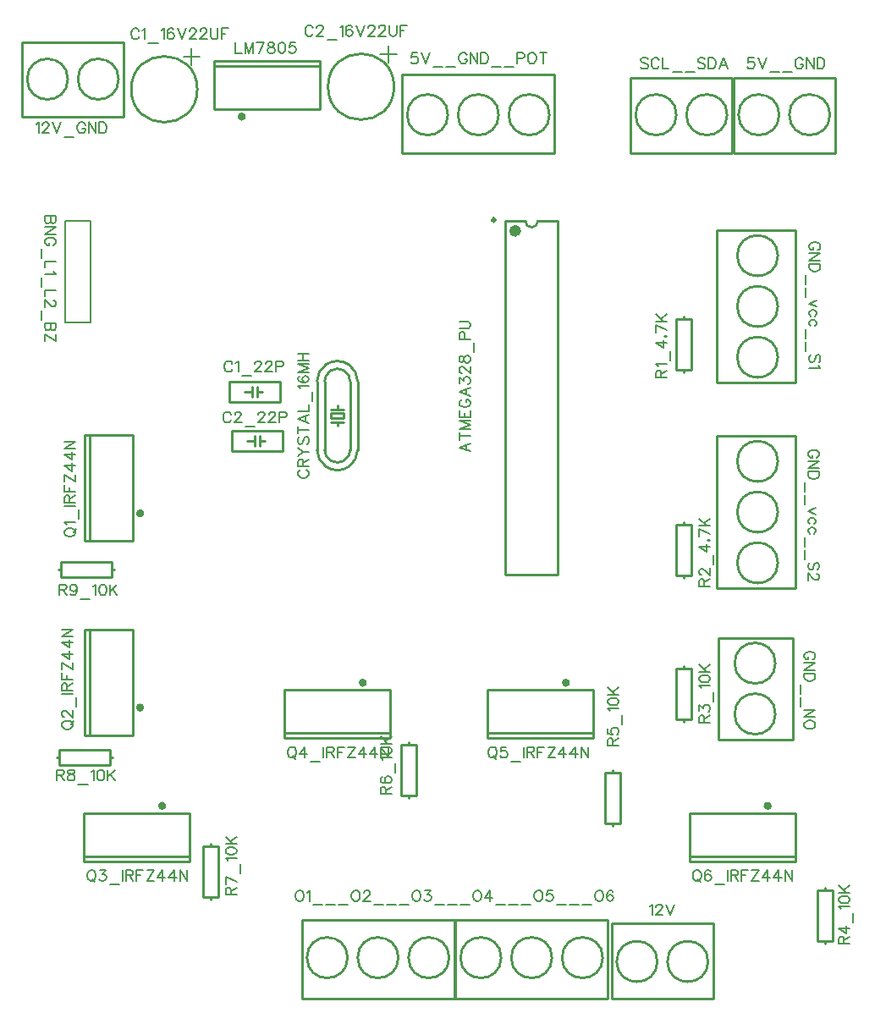
<source format=gto>
G04 Layer: TopSilkLayer*
G04 EasyEDA v6.3.43, 2020-05-25T08:10:49+01:00*
G04 809d050b7b404b088306c213adac8bc8,fe6cc42eb16a44418a09de5ec01cb9e8,10*
G04 Gerber Generator version 0.2*
G04 Scale: 100 percent, Rotated: No, Reflected: No *
G04 Dimensions in millimeters *
G04 leading zeros omitted , absolute positions ,3 integer and 3 decimal *
%FSLAX33Y33*%
%MOMM*%
G90*
G71D02*

%ADD18C,0.254000*%
%ADD19C,0.203200*%
%ADD20C,0.202999*%
%ADD21C,0.599999*%
%ADD22C,0.299999*%
%ADD23C,0.399999*%
%ADD24C,0.152400*%

%LPD*%
G54D18*
G01X71978Y33888D02*
G01X71978Y38968D01*
G01X71978Y38968D02*
G01X72740Y38968D01*
G01X72740Y38968D02*
G01X73502Y38968D01*
G01X73502Y38968D02*
G01X73502Y33888D01*
G01X73502Y33888D02*
G01X72740Y33888D01*
G01X72740Y33888D02*
G01X71978Y33888D01*
G01X72740Y38968D02*
G01X72740Y39222D01*
G01X72740Y33888D02*
G01X72740Y33634D01*
G01X71978Y48239D02*
G01X71978Y53319D01*
G01X71978Y53319D02*
G01X72740Y53319D01*
G01X72740Y53319D02*
G01X73502Y53319D01*
G01X73502Y53319D02*
G01X73502Y48239D01*
G01X73502Y48239D02*
G01X72740Y48239D01*
G01X72740Y48239D02*
G01X71978Y48239D01*
G01X72740Y53319D02*
G01X72740Y53573D01*
G01X72740Y48239D02*
G01X72740Y47985D01*
G01X71978Y68813D02*
G01X71978Y73893D01*
G01X71978Y73893D02*
G01X72740Y73893D01*
G01X72740Y73893D02*
G01X73502Y73893D01*
G01X73502Y73893D02*
G01X73502Y68813D01*
G01X73502Y68813D02*
G01X72740Y68813D01*
G01X72740Y68813D02*
G01X71978Y68813D01*
G01X72740Y73893D02*
G01X72740Y74147D01*
G01X72740Y68813D02*
G01X72740Y68559D01*
G01X27528Y62717D02*
G01X32608Y62717D01*
G01X32608Y60685D01*
G01X27528Y60685D01*
G01X27528Y62717D01*
G01X29814Y62209D02*
G01X29814Y61193D01*
G01X30322Y62209D02*
G01X30322Y61193D01*
G01X30322Y61701D02*
G01X30830Y61701D01*
G01X29814Y61701D02*
G01X29052Y61701D01*
G01X27274Y67670D02*
G01X32354Y67670D01*
G01X32354Y65638D01*
G01X27274Y65638D01*
G01X27274Y67670D01*
G01X29560Y67162D02*
G01X29560Y66146D01*
G01X30068Y67162D02*
G01X30068Y66146D01*
G01X30068Y66654D02*
G01X30576Y66654D01*
G01X29560Y66654D02*
G01X28798Y66654D01*
G01X39339Y67670D02*
G01X39339Y60812D01*
G01X40101Y67670D02*
G01X40101Y60812D01*
G01X36799Y60812D02*
G01X36799Y67670D01*
G01X36037Y60812D02*
G01X36037Y67670D01*
G01X37434Y63987D02*
G01X38704Y63987D01*
G01X38704Y63987D02*
G01X38704Y64495D01*
G01X38704Y64495D02*
G01X37434Y64495D01*
G01X37434Y64495D02*
G01X37434Y63987D01*
G01X37434Y63606D02*
G01X38069Y63606D01*
G01X38069Y63606D02*
G01X38704Y63606D01*
G01X38069Y63606D02*
G01X38069Y63225D01*
G01X37434Y64876D02*
G01X38069Y64876D01*
G01X38069Y64876D02*
G01X38704Y64876D01*
G01X38069Y64876D02*
G01X38069Y65257D01*
G01X58135Y83719D02*
G01X60150Y83719D01*
G01X60150Y48319D01*
G01X54850Y48319D01*
G01X54850Y83719D01*
G01X56865Y83719D01*
G01X12790Y32271D02*
G01X12790Y42871D01*
G01X17590Y42871D01*
G01X17590Y32271D01*
G01X12790Y32271D01*
G01X13290Y42871D02*
G01X13290Y32271D01*
G01X23303Y19658D02*
G01X12703Y19658D01*
G01X12703Y24458D01*
G01X23303Y24458D01*
G01X23303Y19658D01*
G01X12703Y20158D02*
G01X23303Y20158D01*
G01X43369Y31977D02*
G01X32769Y31977D01*
G01X32769Y36777D01*
G01X43369Y36777D01*
G01X43369Y31977D01*
G01X32769Y32477D02*
G01X43369Y32477D01*
G01X44546Y90530D02*
G01X44546Y98404D01*
G01X59786Y98404D01*
G01X59786Y90530D01*
G01X44546Y90530D01*
G01X83916Y67543D02*
G01X76042Y67543D01*
G01X76042Y82783D01*
G01X83916Y82783D01*
G01X83916Y67543D01*
G01X83916Y46969D02*
G01X76042Y46969D01*
G01X76042Y62209D01*
G01X83916Y62209D01*
G01X83916Y46969D01*
G01X49753Y13822D02*
G01X49753Y5948D01*
G01X34513Y5948D01*
G01X34513Y13822D01*
G01X49753Y13822D01*
G01X65120Y13822D02*
G01X65120Y5948D01*
G01X49880Y5948D01*
G01X49880Y13822D01*
G01X65120Y13822D01*
G01X67406Y90530D02*
G01X67406Y98030D01*
G01X77566Y98030D01*
G01X77566Y90530D01*
G01X67406Y90530D01*
G01X77693Y90530D02*
G01X77693Y98030D01*
G01X87853Y98030D01*
G01X87853Y90530D01*
G01X77693Y90530D01*
G01X83662Y31856D02*
G01X76162Y31856D01*
G01X76162Y42016D01*
G01X83662Y42016D01*
G01X83662Y31856D01*
G01X63689Y31977D02*
G01X53089Y31977D01*
G01X53089Y36777D01*
G01X63689Y36777D01*
G01X63689Y31977D01*
G01X53089Y32477D02*
G01X63689Y32477D01*
G01X83882Y19658D02*
G01X73282Y19658D01*
G01X73282Y24458D01*
G01X83882Y24458D01*
G01X83882Y19658D01*
G01X73282Y20158D02*
G01X83882Y20158D01*
G01X12790Y51702D02*
G01X12790Y62302D01*
G01X17590Y62302D01*
G01X17590Y51702D01*
G01X12790Y51702D01*
G01X13290Y62302D02*
G01X13290Y51702D01*
G01X87599Y16743D02*
G01X87599Y11663D01*
G01X87599Y11663D02*
G01X86837Y11663D01*
G01X86837Y11663D02*
G01X86075Y11663D01*
G01X86075Y11663D02*
G01X86075Y16743D01*
G01X86075Y16743D02*
G01X86837Y16743D01*
G01X86837Y16743D02*
G01X87599Y16743D01*
G01X86837Y11663D02*
G01X86837Y11409D01*
G01X86837Y16743D02*
G01X86837Y16997D01*
G01X66390Y28554D02*
G01X66390Y23474D01*
G01X66390Y23474D02*
G01X65628Y23474D01*
G01X65628Y23474D02*
G01X64866Y23474D01*
G01X64866Y23474D02*
G01X64866Y28554D01*
G01X64866Y28554D02*
G01X65628Y28554D01*
G01X65628Y28554D02*
G01X66390Y28554D01*
G01X65628Y23474D02*
G01X65628Y23220D01*
G01X65628Y28554D02*
G01X65628Y28808D01*
G01X45943Y31348D02*
G01X45943Y26268D01*
G01X45943Y26268D02*
G01X45181Y26268D01*
G01X45181Y26268D02*
G01X44419Y26268D01*
G01X44419Y26268D02*
G01X44419Y31348D01*
G01X44419Y31348D02*
G01X45181Y31348D01*
G01X45181Y31348D02*
G01X45943Y31348D01*
G01X45181Y26268D02*
G01X45181Y26014D01*
G01X45181Y31348D02*
G01X45181Y31602D01*
G01X24607Y16108D02*
G01X24607Y21188D01*
G01X24607Y21188D02*
G01X25369Y21188D01*
G01X25369Y21188D02*
G01X26131Y21188D01*
G01X26131Y21188D02*
G01X26131Y16108D01*
G01X26131Y16108D02*
G01X25369Y16108D01*
G01X25369Y16108D02*
G01X24607Y16108D01*
G01X25369Y21188D02*
G01X25369Y21442D01*
G01X25369Y16108D02*
G01X25369Y15854D01*
G01X10256Y30840D02*
G01X15336Y30840D01*
G01X15336Y30840D02*
G01X15336Y30078D01*
G01X15336Y30078D02*
G01X15336Y29316D01*
G01X15336Y29316D02*
G01X10256Y29316D01*
G01X10256Y29316D02*
G01X10256Y30078D01*
G01X10256Y30078D02*
G01X10256Y30840D01*
G01X15336Y30078D02*
G01X15590Y30078D01*
G01X10256Y30078D02*
G01X10002Y30078D01*
G01X10383Y49636D02*
G01X15463Y49636D01*
G01X15463Y49636D02*
G01X15463Y48874D01*
G01X15463Y48874D02*
G01X15463Y48112D01*
G01X15463Y48112D02*
G01X10383Y48112D01*
G01X10383Y48112D02*
G01X10383Y48874D01*
G01X10383Y48874D02*
G01X10383Y49636D01*
G01X15463Y48874D02*
G01X15717Y48874D01*
G01X10383Y48874D02*
G01X10129Y48874D01*
G01X75661Y13441D02*
G01X75661Y5941D01*
G01X65501Y5941D01*
G01X65501Y13441D01*
G01X75661Y13441D01*
G01X6525Y94096D02*
G01X6525Y101596D01*
G01X16685Y101596D01*
G01X16685Y94096D01*
G01X6525Y94096D01*
G01X25736Y99690D02*
G01X36336Y99690D01*
G01X36336Y94890D01*
G01X25736Y94890D01*
G01X25736Y99690D01*
G01X36336Y99190D02*
G01X25736Y99190D01*
G54D19*
G01X10843Y83682D02*
G01X13383Y83682D01*
G01X13383Y73522D01*
G01X10843Y73522D01*
G01X10843Y75427D01*
G54D20*
G01X10843Y83682D02*
G01X10843Y75427D01*
G54D24*
G01X74264Y33530D02*
G01X75354Y33530D01*
G01X74264Y33530D02*
G01X74264Y33997D01*
G01X74315Y34152D01*
G01X74366Y34206D01*
G01X74470Y34257D01*
G01X74574Y34257D01*
G01X74678Y34206D01*
G01X74731Y34152D01*
G01X74782Y33997D01*
G01X74782Y33530D01*
G01X74782Y33893D02*
G01X75354Y34257D01*
G01X74264Y34704D02*
G01X74264Y35275D01*
G01X74678Y34965D01*
G01X74678Y35120D01*
G01X74731Y35224D01*
G01X74782Y35275D01*
G01X74937Y35328D01*
G01X75041Y35328D01*
G01X75199Y35275D01*
G01X75303Y35171D01*
G01X75354Y35016D01*
G01X75354Y34861D01*
G01X75303Y34704D01*
G01X75250Y34653D01*
G01X75145Y34599D01*
G01X75717Y35671D02*
G01X75717Y36606D01*
G01X74470Y36949D02*
G01X74419Y37053D01*
G01X74264Y37208D01*
G01X75354Y37208D01*
G01X74264Y37863D02*
G01X74315Y37708D01*
G01X74470Y37604D01*
G01X74731Y37551D01*
G01X74886Y37551D01*
G01X75145Y37604D01*
G01X75303Y37708D01*
G01X75354Y37863D01*
G01X75354Y37967D01*
G01X75303Y38122D01*
G01X75145Y38227D01*
G01X74886Y38280D01*
G01X74731Y38280D01*
G01X74470Y38227D01*
G01X74315Y38122D01*
G01X74264Y37967D01*
G01X74264Y37863D01*
G01X74264Y38623D02*
G01X75354Y38623D01*
G01X74264Y39349D02*
G01X74990Y38623D01*
G01X74731Y38882D02*
G01X75354Y39349D01*
G01X74264Y47170D02*
G01X75354Y47170D01*
G01X74264Y47170D02*
G01X74264Y47637D01*
G01X74315Y47792D01*
G01X74366Y47845D01*
G01X74470Y47896D01*
G01X74574Y47896D01*
G01X74678Y47845D01*
G01X74731Y47792D01*
G01X74782Y47637D01*
G01X74782Y47170D01*
G01X74782Y47533D02*
G01X75354Y47896D01*
G01X74523Y48293D02*
G01X74470Y48293D01*
G01X74366Y48343D01*
G01X74315Y48397D01*
G01X74264Y48501D01*
G01X74264Y48707D01*
G01X74315Y48811D01*
G01X74366Y48864D01*
G01X74470Y48915D01*
G01X74574Y48915D01*
G01X74678Y48864D01*
G01X74835Y48760D01*
G01X75354Y48239D01*
G01X75354Y48968D01*
G01X75717Y49311D02*
G01X75717Y50246D01*
G01X74264Y51107D02*
G01X74990Y50589D01*
G01X74990Y51368D01*
G01X74264Y51107D02*
G01X75354Y51107D01*
G01X75145Y51816D02*
G01X75199Y51762D01*
G01X75145Y51711D01*
G01X75095Y51762D01*
G01X75145Y51816D01*
G01X75250Y51816D01*
G01X75354Y51711D01*
G01X74264Y52885D02*
G01X75354Y52364D01*
G01X74264Y52158D02*
G01X74264Y52885D01*
G01X74264Y53228D02*
G01X75354Y53228D01*
G01X74264Y53954D02*
G01X74990Y53228D01*
G01X74731Y53487D02*
G01X75354Y53954D01*
G01X69946Y68051D02*
G01X71036Y68051D01*
G01X69946Y68051D02*
G01X69946Y68519D01*
G01X69997Y68673D01*
G01X70048Y68727D01*
G01X70152Y68778D01*
G01X70256Y68778D01*
G01X70360Y68727D01*
G01X70413Y68673D01*
G01X70464Y68519D01*
G01X70464Y68051D01*
G01X70464Y68414D02*
G01X71036Y68778D01*
G01X70152Y69121D02*
G01X70101Y69225D01*
G01X69946Y69382D01*
G01X71036Y69382D01*
G01X71399Y69725D02*
G01X71399Y70660D01*
G01X69946Y71521D02*
G01X70672Y71003D01*
G01X70672Y71782D01*
G01X69946Y71521D02*
G01X71036Y71521D01*
G01X70827Y72229D02*
G01X70881Y72176D01*
G01X70827Y72125D01*
G01X70777Y72176D01*
G01X70827Y72229D01*
G01X70932Y72229D01*
G01X71036Y72125D01*
G01X69946Y73299D02*
G01X71036Y72778D01*
G01X69946Y72572D02*
G01X69946Y73299D01*
G01X69946Y73642D02*
G01X71036Y73642D01*
G01X69946Y74368D02*
G01X70672Y73642D01*
G01X70413Y73901D02*
G01X71036Y74368D01*
G01X27419Y64363D02*
G01X27365Y64467D01*
G01X27261Y64571D01*
G01X27160Y64622D01*
G01X26951Y64622D01*
G01X26847Y64571D01*
G01X26743Y64467D01*
G01X26690Y64363D01*
G01X26639Y64208D01*
G01X26639Y63949D01*
G01X26690Y63792D01*
G01X26743Y63687D01*
G01X26847Y63583D01*
G01X26951Y63533D01*
G01X27160Y63533D01*
G01X27261Y63583D01*
G01X27365Y63687D01*
G01X27419Y63792D01*
G01X27813Y64363D02*
G01X27813Y64416D01*
G01X27866Y64521D01*
G01X27917Y64571D01*
G01X28021Y64622D01*
G01X28229Y64622D01*
G01X28333Y64571D01*
G01X28384Y64521D01*
G01X28437Y64416D01*
G01X28437Y64312D01*
G01X28384Y64208D01*
G01X28280Y64051D01*
G01X27762Y63533D01*
G01X28488Y63533D01*
G01X28831Y63169D02*
G01X29766Y63169D01*
G01X30162Y64363D02*
G01X30162Y64416D01*
G01X30213Y64521D01*
G01X30266Y64571D01*
G01X30370Y64622D01*
G01X30576Y64622D01*
G01X30680Y64571D01*
G01X30734Y64521D01*
G01X30784Y64416D01*
G01X30784Y64312D01*
G01X30734Y64208D01*
G01X30629Y64051D01*
G01X30109Y63533D01*
G01X30838Y63533D01*
G01X31231Y64363D02*
G01X31231Y64416D01*
G01X31285Y64521D01*
G01X31335Y64571D01*
G01X31440Y64622D01*
G01X31648Y64622D01*
G01X31752Y64571D01*
G01X31803Y64521D01*
G01X31856Y64416D01*
G01X31856Y64312D01*
G01X31803Y64208D01*
G01X31699Y64051D01*
G01X31181Y63533D01*
G01X31907Y63533D01*
G01X32250Y64622D02*
G01X32250Y63533D01*
G01X32250Y64622D02*
G01X32717Y64622D01*
G01X32875Y64571D01*
G01X32926Y64521D01*
G01X32976Y64416D01*
G01X32976Y64259D01*
G01X32926Y64155D01*
G01X32875Y64104D01*
G01X32717Y64051D01*
G01X32250Y64051D01*
G01X27546Y69443D02*
G01X27492Y69547D01*
G01X27388Y69651D01*
G01X27287Y69702D01*
G01X27078Y69702D01*
G01X26974Y69651D01*
G01X26870Y69547D01*
G01X26817Y69443D01*
G01X26766Y69288D01*
G01X26766Y69029D01*
G01X26817Y68872D01*
G01X26870Y68767D01*
G01X26974Y68663D01*
G01X27078Y68613D01*
G01X27287Y68613D01*
G01X27388Y68663D01*
G01X27492Y68767D01*
G01X27546Y68872D01*
G01X27889Y69496D02*
G01X27993Y69547D01*
G01X28148Y69702D01*
G01X28148Y68613D01*
G01X28491Y68249D02*
G01X29425Y68249D01*
G01X29822Y69443D02*
G01X29822Y69496D01*
G01X29872Y69601D01*
G01X29926Y69651D01*
G01X30030Y69702D01*
G01X30236Y69702D01*
G01X30340Y69651D01*
G01X30393Y69601D01*
G01X30444Y69496D01*
G01X30444Y69392D01*
G01X30393Y69288D01*
G01X30289Y69131D01*
G01X29768Y68613D01*
G01X30497Y68613D01*
G01X30891Y69443D02*
G01X30891Y69496D01*
G01X30944Y69601D01*
G01X30995Y69651D01*
G01X31099Y69702D01*
G01X31308Y69702D01*
G01X31412Y69651D01*
G01X31462Y69601D01*
G01X31516Y69496D01*
G01X31516Y69392D01*
G01X31462Y69288D01*
G01X31358Y69131D01*
G01X30840Y68613D01*
G01X31567Y68613D01*
G01X31910Y69702D02*
G01X31910Y68613D01*
G01X31910Y69702D02*
G01X32377Y69702D01*
G01X32532Y69651D01*
G01X32585Y69601D01*
G01X32636Y69496D01*
G01X32636Y69339D01*
G01X32585Y69235D01*
G01X32532Y69184D01*
G01X32377Y69131D01*
G01X31910Y69131D01*
G01X34391Y58797D02*
G01X34287Y58743D01*
G01X34183Y58639D01*
G01X34132Y58538D01*
G01X34132Y58329D01*
G01X34183Y58225D01*
G01X34287Y58121D01*
G01X34391Y58068D01*
G01X34546Y58017D01*
G01X34805Y58017D01*
G01X34963Y58068D01*
G01X35067Y58121D01*
G01X35171Y58225D01*
G01X35222Y58329D01*
G01X35222Y58538D01*
G01X35171Y58639D01*
G01X35067Y58743D01*
G01X34963Y58797D01*
G01X34132Y59140D02*
G01X35222Y59140D01*
G01X34132Y59140D02*
G01X34132Y59607D01*
G01X34183Y59762D01*
G01X34234Y59815D01*
G01X34338Y59866D01*
G01X34442Y59866D01*
G01X34546Y59815D01*
G01X34599Y59762D01*
G01X34650Y59607D01*
G01X34650Y59140D01*
G01X34650Y59503D02*
G01X35222Y59866D01*
G01X34132Y60209D02*
G01X34650Y60625D01*
G01X35222Y60625D01*
G01X34132Y61039D02*
G01X34650Y60625D01*
G01X34287Y62111D02*
G01X34183Y62007D01*
G01X34132Y61852D01*
G01X34132Y61644D01*
G01X34183Y61487D01*
G01X34287Y61382D01*
G01X34391Y61382D01*
G01X34495Y61436D01*
G01X34546Y61487D01*
G01X34599Y61591D01*
G01X34704Y61903D01*
G01X34754Y62007D01*
G01X34805Y62058D01*
G01X34909Y62111D01*
G01X35067Y62111D01*
G01X35171Y62007D01*
G01X35222Y61852D01*
G01X35222Y61644D01*
G01X35171Y61487D01*
G01X35067Y61382D01*
G01X34132Y62817D02*
G01X35222Y62817D01*
G01X34132Y62454D02*
G01X34132Y63181D01*
G01X34132Y63940D02*
G01X35222Y63524D01*
G01X34132Y63940D02*
G01X35222Y64354D01*
G01X34858Y63681D02*
G01X34858Y64199D01*
G01X34132Y64697D02*
G01X35222Y64697D01*
G01X35222Y64697D02*
G01X35222Y65322D01*
G01X35585Y65665D02*
G01X35585Y66600D01*
G01X34338Y66942D02*
G01X34287Y67047D01*
G01X34132Y67202D01*
G01X35222Y67202D01*
G01X34287Y68169D02*
G01X34183Y68116D01*
G01X34132Y67961D01*
G01X34132Y67857D01*
G01X34183Y67702D01*
G01X34338Y67598D01*
G01X34599Y67544D01*
G01X34858Y67544D01*
G01X35067Y67598D01*
G01X35171Y67702D01*
G01X35222Y67857D01*
G01X35222Y67910D01*
G01X35171Y68065D01*
G01X35067Y68169D01*
G01X34909Y68220D01*
G01X34858Y68220D01*
G01X34704Y68169D01*
G01X34599Y68065D01*
G01X34546Y67910D01*
G01X34546Y67857D01*
G01X34599Y67702D01*
G01X34704Y67598D01*
G01X34858Y67544D01*
G01X34132Y68563D02*
G01X35222Y68563D01*
G01X34132Y68563D02*
G01X35222Y68980D01*
G01X34132Y69396D02*
G01X35222Y68980D01*
G01X34132Y69396D02*
G01X35222Y69396D01*
G01X34132Y69739D02*
G01X35222Y69739D01*
G01X34132Y70465D02*
G01X35222Y70465D01*
G01X34650Y69739D02*
G01X34650Y70465D01*
G01X50261Y61066D02*
G01X51351Y60652D01*
G01X50261Y61066D02*
G01X51351Y61483D01*
G01X50987Y60807D02*
G01X50987Y61328D01*
G01X50261Y62189D02*
G01X51351Y62189D01*
G01X50261Y61826D02*
G01X50261Y62552D01*
G01X50261Y62895D02*
G01X51351Y62895D01*
G01X50261Y62895D02*
G01X51351Y63312D01*
G01X50261Y63728D02*
G01X51351Y63312D01*
G01X50261Y63728D02*
G01X51351Y63728D01*
G01X50261Y64071D02*
G01X51351Y64071D01*
G01X50261Y64071D02*
G01X50261Y64747D01*
G01X50779Y64071D02*
G01X50779Y64485D01*
G01X51351Y64071D02*
G01X51351Y64747D01*
G01X50520Y65867D02*
G01X50416Y65816D01*
G01X50312Y65712D01*
G01X50261Y65608D01*
G01X50261Y65399D01*
G01X50312Y65295D01*
G01X50416Y65191D01*
G01X50520Y65140D01*
G01X50675Y65090D01*
G01X50934Y65090D01*
G01X51092Y65140D01*
G01X51196Y65191D01*
G01X51300Y65295D01*
G01X51351Y65399D01*
G01X51351Y65608D01*
G01X51300Y65712D01*
G01X51196Y65816D01*
G01X51092Y65867D01*
G01X50934Y65867D01*
G01X50934Y65608D02*
G01X50934Y65867D01*
G01X50261Y66626D02*
G01X51351Y66210D01*
G01X50261Y66626D02*
G01X51351Y67043D01*
G01X50987Y66367D02*
G01X50987Y66885D01*
G01X50261Y67490D02*
G01X50261Y68061D01*
G01X50675Y67749D01*
G01X50675Y67904D01*
G01X50728Y68008D01*
G01X50779Y68061D01*
G01X50934Y68112D01*
G01X51038Y68112D01*
G01X51196Y68061D01*
G01X51300Y67957D01*
G01X51351Y67800D01*
G01X51351Y67645D01*
G01X51300Y67490D01*
G01X51247Y67437D01*
G01X51142Y67386D01*
G01X50520Y68506D02*
G01X50467Y68506D01*
G01X50363Y68559D01*
G01X50312Y68610D01*
G01X50261Y68714D01*
G01X50261Y68922D01*
G01X50312Y69027D01*
G01X50363Y69077D01*
G01X50467Y69131D01*
G01X50571Y69131D01*
G01X50675Y69077D01*
G01X50832Y68976D01*
G01X51351Y68455D01*
G01X51351Y69181D01*
G01X50261Y69786D02*
G01X50312Y69629D01*
G01X50416Y69578D01*
G01X50520Y69578D01*
G01X50624Y69629D01*
G01X50675Y69733D01*
G01X50728Y69941D01*
G01X50779Y70096D01*
G01X50883Y70200D01*
G01X50987Y70253D01*
G01X51142Y70253D01*
G01X51247Y70200D01*
G01X51300Y70149D01*
G01X51351Y69992D01*
G01X51351Y69786D01*
G01X51300Y69629D01*
G01X51247Y69578D01*
G01X51142Y69524D01*
G01X50987Y69524D01*
G01X50883Y69578D01*
G01X50779Y69682D01*
G01X50728Y69837D01*
G01X50675Y70045D01*
G01X50624Y70149D01*
G01X50520Y70200D01*
G01X50416Y70200D01*
G01X50312Y70149D01*
G01X50261Y69992D01*
G01X50261Y69786D01*
G01X51714Y70596D02*
G01X51714Y71531D01*
G01X50261Y71874D02*
G01X51351Y71874D01*
G01X50261Y71874D02*
G01X50261Y72341D01*
G01X50312Y72496D01*
G01X50363Y72550D01*
G01X50467Y72600D01*
G01X50624Y72600D01*
G01X50728Y72550D01*
G01X50779Y72496D01*
G01X50832Y72341D01*
G01X50832Y71874D01*
G01X50261Y72943D02*
G01X51038Y72943D01*
G01X51196Y72997D01*
G01X51300Y73101D01*
G01X51351Y73256D01*
G01X51351Y73360D01*
G01X51300Y73515D01*
G01X51196Y73619D01*
G01X51038Y73672D01*
G01X50261Y73672D01*
G01X10510Y33182D02*
G01X10561Y33078D01*
G01X10665Y32974D01*
G01X10769Y32920D01*
G01X10924Y32870D01*
G01X11183Y32870D01*
G01X11341Y32920D01*
G01X11445Y32974D01*
G01X11549Y33078D01*
G01X11600Y33182D01*
G01X11600Y33390D01*
G01X11549Y33492D01*
G01X11445Y33596D01*
G01X11341Y33649D01*
G01X11183Y33700D01*
G01X10924Y33700D01*
G01X10769Y33649D01*
G01X10665Y33596D01*
G01X10561Y33492D01*
G01X10510Y33390D01*
G01X10510Y33182D01*
G01X11391Y33337D02*
G01X11704Y33649D01*
G01X10769Y34097D02*
G01X10716Y34097D01*
G01X10612Y34147D01*
G01X10561Y34201D01*
G01X10510Y34305D01*
G01X10510Y34511D01*
G01X10561Y34615D01*
G01X10612Y34668D01*
G01X10716Y34719D01*
G01X10820Y34719D01*
G01X10924Y34668D01*
G01X11082Y34564D01*
G01X11600Y34043D01*
G01X11600Y34772D01*
G01X11963Y35115D02*
G01X11963Y36050D01*
G01X10510Y36393D02*
G01X11600Y36393D01*
G01X10510Y36736D02*
G01X11600Y36736D01*
G01X10510Y36736D02*
G01X10510Y37203D01*
G01X10561Y37358D01*
G01X10612Y37411D01*
G01X10716Y37462D01*
G01X10820Y37462D01*
G01X10924Y37411D01*
G01X10977Y37358D01*
G01X11028Y37203D01*
G01X11028Y36736D01*
G01X11028Y37099D02*
G01X11600Y37462D01*
G01X10510Y37805D02*
G01X11600Y37805D01*
G01X10510Y37805D02*
G01X10510Y38481D01*
G01X11028Y37805D02*
G01X11028Y38221D01*
G01X10510Y39550D02*
G01X11600Y38823D01*
G01X10510Y38823D02*
G01X10510Y39550D01*
G01X11600Y38823D02*
G01X11600Y39550D01*
G01X10510Y40413D02*
G01X11236Y39893D01*
G01X11236Y40673D01*
G01X10510Y40413D02*
G01X11600Y40413D01*
G01X10510Y41536D02*
G01X11236Y41015D01*
G01X11236Y41795D01*
G01X10510Y41536D02*
G01X11600Y41536D01*
G01X10510Y42138D02*
G01X11600Y42138D01*
G01X10510Y42138D02*
G01X11600Y42865D01*
G01X10510Y42865D02*
G01X11600Y42865D01*
G01X13362Y18775D02*
G01X13258Y18724D01*
G01X13154Y18620D01*
G01X13101Y18516D01*
G01X13050Y18361D01*
G01X13050Y18102D01*
G01X13101Y17945D01*
G01X13154Y17840D01*
G01X13258Y17736D01*
G01X13362Y17686D01*
G01X13571Y17686D01*
G01X13672Y17736D01*
G01X13776Y17840D01*
G01X13830Y17945D01*
G01X13881Y18102D01*
G01X13881Y18361D01*
G01X13830Y18516D01*
G01X13776Y18620D01*
G01X13672Y18724D01*
G01X13571Y18775D01*
G01X13362Y18775D01*
G01X13517Y17894D02*
G01X13830Y17581D01*
G01X14328Y18775D02*
G01X14899Y18775D01*
G01X14587Y18361D01*
G01X14744Y18361D01*
G01X14848Y18308D01*
G01X14899Y18257D01*
G01X14952Y18102D01*
G01X14952Y17998D01*
G01X14899Y17840D01*
G01X14795Y17736D01*
G01X14640Y17686D01*
G01X14485Y17686D01*
G01X14328Y17736D01*
G01X14277Y17790D01*
G01X14224Y17894D01*
G01X15295Y17322D02*
G01X16230Y17322D01*
G01X16573Y18775D02*
G01X16573Y17686D01*
G01X16916Y18775D02*
G01X16916Y17686D01*
G01X16916Y18775D02*
G01X17383Y18775D01*
G01X17538Y18724D01*
G01X17592Y18674D01*
G01X17642Y18569D01*
G01X17642Y18465D01*
G01X17592Y18361D01*
G01X17538Y18308D01*
G01X17383Y18257D01*
G01X16916Y18257D01*
G01X17279Y18257D02*
G01X17642Y17686D01*
G01X17985Y18775D02*
G01X17985Y17686D01*
G01X17985Y18775D02*
G01X18661Y18775D01*
G01X17985Y18257D02*
G01X18402Y18257D01*
G01X19730Y18775D02*
G01X19004Y17686D01*
G01X19004Y18775D02*
G01X19730Y18775D01*
G01X19004Y17686D02*
G01X19730Y17686D01*
G01X20594Y18775D02*
G01X20073Y18049D01*
G01X20853Y18049D01*
G01X20594Y18775D02*
G01X20594Y17686D01*
G01X21717Y18775D02*
G01X21196Y18049D01*
G01X21976Y18049D01*
G01X21717Y18775D02*
G01X21717Y17686D01*
G01X22318Y18775D02*
G01X22318Y17686D01*
G01X22318Y18775D02*
G01X23045Y17686D01*
G01X23045Y18775D02*
G01X23045Y17686D01*
G01X33428Y31094D02*
G01X33324Y31043D01*
G01X33220Y30939D01*
G01X33167Y30835D01*
G01X33116Y30680D01*
G01X33116Y30421D01*
G01X33167Y30264D01*
G01X33220Y30159D01*
G01X33324Y30055D01*
G01X33428Y30005D01*
G01X33637Y30005D01*
G01X33738Y30055D01*
G01X33842Y30159D01*
G01X33896Y30264D01*
G01X33947Y30421D01*
G01X33947Y30680D01*
G01X33896Y30835D01*
G01X33842Y30939D01*
G01X33738Y31043D01*
G01X33637Y31094D01*
G01X33428Y31094D01*
G01X33583Y30213D02*
G01X33896Y29900D01*
G01X34810Y31094D02*
G01X34290Y30368D01*
G01X35069Y30368D01*
G01X34810Y31094D02*
G01X34810Y30005D01*
G01X35412Y29641D02*
G01X36347Y29641D01*
G01X36690Y31094D02*
G01X36690Y30005D01*
G01X37033Y31094D02*
G01X37033Y30005D01*
G01X37033Y31094D02*
G01X37500Y31094D01*
G01X37658Y31043D01*
G01X37708Y30993D01*
G01X37762Y30888D01*
G01X37762Y30784D01*
G01X37708Y30680D01*
G01X37658Y30627D01*
G01X37500Y30576D01*
G01X37033Y30576D01*
G01X37396Y30576D02*
G01X37762Y30005D01*
G01X38105Y31094D02*
G01X38105Y30005D01*
G01X38105Y31094D02*
G01X38780Y31094D01*
G01X38105Y30576D02*
G01X38519Y30576D01*
G01X39850Y31094D02*
G01X39123Y30005D01*
G01X39123Y31094D02*
G01X39850Y31094D01*
G01X39123Y30005D02*
G01X39850Y30005D01*
G01X40711Y31094D02*
G01X40192Y30368D01*
G01X40972Y30368D01*
G01X40711Y31094D02*
G01X40711Y30005D01*
G01X41833Y31094D02*
G01X41315Y30368D01*
G01X42095Y30368D01*
G01X41833Y31094D02*
G01X41833Y30005D01*
G01X42438Y31094D02*
G01X42438Y30005D01*
G01X42438Y31094D02*
G01X43164Y30005D01*
G01X43164Y31094D02*
G01X43164Y30005D01*
G01X46057Y100550D02*
G01X45539Y100550D01*
G01X45486Y100083D01*
G01X45539Y100136D01*
G01X45694Y100187D01*
G01X45852Y100187D01*
G01X46007Y100136D01*
G01X46111Y100032D01*
G01X46161Y99877D01*
G01X46161Y99773D01*
G01X46111Y99616D01*
G01X46007Y99512D01*
G01X45852Y99461D01*
G01X45694Y99461D01*
G01X45539Y99512D01*
G01X45486Y99565D01*
G01X45435Y99669D01*
G01X46504Y100550D02*
G01X46921Y99461D01*
G01X47337Y100550D02*
G01X46921Y99461D01*
G01X47680Y99098D02*
G01X48615Y99098D01*
G01X48958Y99098D02*
G01X49893Y99098D01*
G01X51015Y100291D02*
G01X50962Y100396D01*
G01X50858Y100500D01*
G01X50756Y100550D01*
G01X50548Y100550D01*
G01X50444Y100500D01*
G01X50340Y100396D01*
G01X50286Y100291D01*
G01X50236Y100136D01*
G01X50236Y99877D01*
G01X50286Y99720D01*
G01X50340Y99616D01*
G01X50444Y99512D01*
G01X50548Y99461D01*
G01X50756Y99461D01*
G01X50858Y99512D01*
G01X50962Y99616D01*
G01X51015Y99720D01*
G01X51015Y99877D01*
G01X50756Y99877D02*
G01X51015Y99877D01*
G01X51358Y100550D02*
G01X51358Y99461D01*
G01X51358Y100550D02*
G01X52085Y99461D01*
G01X52085Y100550D02*
G01X52085Y99461D01*
G01X52428Y100550D02*
G01X52428Y99461D01*
G01X52428Y100550D02*
G01X52791Y100550D01*
G01X52948Y100500D01*
G01X53052Y100396D01*
G01X53103Y100291D01*
G01X53157Y100136D01*
G01X53157Y99877D01*
G01X53103Y99720D01*
G01X53052Y99616D01*
G01X52948Y99512D01*
G01X52791Y99461D01*
G01X52428Y99461D01*
G01X53500Y99098D02*
G01X54434Y99098D01*
G01X54777Y99098D02*
G01X55712Y99098D01*
G01X56055Y100550D02*
G01X56055Y99461D01*
G01X56055Y100550D02*
G01X56522Y100550D01*
G01X56677Y100500D01*
G01X56730Y100449D01*
G01X56781Y100345D01*
G01X56781Y100187D01*
G01X56730Y100083D01*
G01X56677Y100032D01*
G01X56522Y99979D01*
G01X56055Y99979D01*
G01X57437Y100550D02*
G01X57332Y100500D01*
G01X57228Y100396D01*
G01X57177Y100291D01*
G01X57124Y100136D01*
G01X57124Y99877D01*
G01X57177Y99720D01*
G01X57228Y99616D01*
G01X57332Y99512D01*
G01X57437Y99461D01*
G01X57645Y99461D01*
G01X57749Y99512D01*
G01X57853Y99616D01*
G01X57904Y99720D01*
G01X57957Y99877D01*
G01X57957Y100136D01*
G01X57904Y100291D01*
G01X57853Y100396D01*
G01X57749Y100500D01*
G01X57645Y100550D01*
G01X57437Y100550D01*
G01X58663Y100550D02*
G01X58663Y99461D01*
G01X58300Y100550D02*
G01X59027Y100550D01*
G01X86128Y80812D02*
G01X86232Y80865D01*
G01X86334Y80970D01*
G01X86387Y81071D01*
G01X86387Y81280D01*
G01X86334Y81384D01*
G01X86232Y81488D01*
G01X86128Y81541D01*
G01X85971Y81592D01*
G01X85712Y81592D01*
G01X85557Y81541D01*
G01X85453Y81488D01*
G01X85349Y81384D01*
G01X85295Y81280D01*
G01X85295Y81071D01*
G01X85349Y80970D01*
G01X85453Y80865D01*
G01X85557Y80812D01*
G01X85712Y80812D01*
G01X85712Y81071D02*
G01X85712Y80812D01*
G01X86387Y80469D02*
G01X85295Y80469D01*
G01X86387Y80469D02*
G01X85295Y79743D01*
G01X86387Y79743D02*
G01X85295Y79743D01*
G01X86387Y79400D02*
G01X85295Y79400D01*
G01X86387Y79400D02*
G01X86387Y79037D01*
G01X86334Y78879D01*
G01X86232Y78775D01*
G01X86128Y78724D01*
G01X85971Y78671D01*
G01X85712Y78671D01*
G01X85557Y78724D01*
G01X85453Y78775D01*
G01X85349Y78879D01*
G01X85295Y79037D01*
G01X85295Y79400D01*
G01X84932Y78328D02*
G01X84932Y77393D01*
G01X84932Y77050D02*
G01X84932Y76116D01*
G01X86024Y75773D02*
G01X85295Y75460D01*
G01X86024Y75150D02*
G01X85295Y75460D01*
G01X85867Y74183D02*
G01X85971Y74287D01*
G01X86024Y74391D01*
G01X86024Y74546D01*
G01X85971Y74650D01*
G01X85867Y74754D01*
G01X85712Y74808D01*
G01X85608Y74808D01*
G01X85453Y74754D01*
G01X85349Y74650D01*
G01X85295Y74546D01*
G01X85295Y74391D01*
G01X85349Y74287D01*
G01X85453Y74183D01*
G01X85867Y73218D02*
G01X85971Y73322D01*
G01X86024Y73426D01*
G01X86024Y73581D01*
G01X85971Y73685D01*
G01X85867Y73789D01*
G01X85712Y73840D01*
G01X85608Y73840D01*
G01X85453Y73789D01*
G01X85349Y73685D01*
G01X85295Y73581D01*
G01X85295Y73426D01*
G01X85349Y73322D01*
G01X85453Y73218D01*
G01X84932Y72875D02*
G01X84932Y71940D01*
G01X84932Y71597D02*
G01X84932Y70660D01*
G01X86232Y69590D02*
G01X86334Y69695D01*
G01X86387Y69850D01*
G01X86387Y70058D01*
G01X86334Y70213D01*
G01X86232Y70317D01*
G01X86128Y70317D01*
G01X86024Y70266D01*
G01X85971Y70213D01*
G01X85920Y70111D01*
G01X85816Y69799D01*
G01X85763Y69695D01*
G01X85712Y69641D01*
G01X85608Y69590D01*
G01X85453Y69590D01*
G01X85349Y69695D01*
G01X85295Y69850D01*
G01X85295Y70058D01*
G01X85349Y70213D01*
G01X85453Y70317D01*
G01X86179Y69248D02*
G01X86232Y69143D01*
G01X86387Y68988D01*
G01X85295Y68988D01*
G01X86001Y60032D02*
G01X86106Y60086D01*
G01X86207Y60190D01*
G01X86260Y60291D01*
G01X86260Y60500D01*
G01X86207Y60604D01*
G01X86106Y60708D01*
G01X86001Y60761D01*
G01X85844Y60812D01*
G01X85585Y60812D01*
G01X85430Y60761D01*
G01X85326Y60708D01*
G01X85222Y60604D01*
G01X85168Y60500D01*
G01X85168Y60291D01*
G01X85222Y60190D01*
G01X85326Y60086D01*
G01X85430Y60032D01*
G01X85585Y60032D01*
G01X85585Y60291D02*
G01X85585Y60032D01*
G01X86260Y59690D02*
G01X85168Y59690D01*
G01X86260Y59690D02*
G01X85168Y58963D01*
G01X86260Y58963D02*
G01X85168Y58963D01*
G01X86260Y58620D02*
G01X85168Y58620D01*
G01X86260Y58620D02*
G01X86260Y58257D01*
G01X86207Y58099D01*
G01X86106Y57995D01*
G01X86001Y57945D01*
G01X85844Y57891D01*
G01X85585Y57891D01*
G01X85430Y57945D01*
G01X85326Y57995D01*
G01X85222Y58099D01*
G01X85168Y58257D01*
G01X85168Y58620D01*
G01X84805Y57548D02*
G01X84805Y56614D01*
G01X84805Y56271D02*
G01X84805Y55336D01*
G01X85897Y54993D02*
G01X85168Y54681D01*
G01X85897Y54371D02*
G01X85168Y54681D01*
G01X85740Y53403D02*
G01X85844Y53507D01*
G01X85897Y53611D01*
G01X85897Y53766D01*
G01X85844Y53870D01*
G01X85740Y53975D01*
G01X85585Y54028D01*
G01X85481Y54028D01*
G01X85326Y53975D01*
G01X85222Y53870D01*
G01X85168Y53766D01*
G01X85168Y53611D01*
G01X85222Y53507D01*
G01X85326Y53403D01*
G01X85740Y52438D02*
G01X85844Y52542D01*
G01X85897Y52646D01*
G01X85897Y52801D01*
G01X85844Y52905D01*
G01X85740Y53009D01*
G01X85585Y53060D01*
G01X85481Y53060D01*
G01X85326Y53009D01*
G01X85222Y52905D01*
G01X85168Y52801D01*
G01X85168Y52646D01*
G01X85222Y52542D01*
G01X85326Y52438D01*
G01X84805Y52095D02*
G01X84805Y51160D01*
G01X84805Y50817D02*
G01X84805Y49880D01*
G01X86106Y48811D02*
G01X86207Y48915D01*
G01X86260Y49070D01*
G01X86260Y49278D01*
G01X86207Y49433D01*
G01X86106Y49537D01*
G01X86001Y49537D01*
G01X85897Y49486D01*
G01X85844Y49433D01*
G01X85793Y49331D01*
G01X85689Y49019D01*
G01X85636Y48915D01*
G01X85585Y48861D01*
G01X85481Y48811D01*
G01X85326Y48811D01*
G01X85222Y48915D01*
G01X85168Y49070D01*
G01X85168Y49278D01*
G01X85222Y49433D01*
G01X85326Y49537D01*
G01X86001Y48417D02*
G01X86052Y48417D01*
G01X86156Y48364D01*
G01X86207Y48313D01*
G01X86260Y48209D01*
G01X86260Y48000D01*
G01X86207Y47896D01*
G01X86156Y47845D01*
G01X86052Y47792D01*
G01X85948Y47792D01*
G01X85844Y47845D01*
G01X85689Y47947D01*
G01X85168Y48468D01*
G01X85168Y47741D01*
G01X34190Y16743D02*
G01X34086Y16690D01*
G01X33982Y16588D01*
G01X33929Y16484D01*
G01X33878Y16327D01*
G01X33878Y16068D01*
G01X33929Y15913D01*
G01X33982Y15808D01*
G01X34086Y15704D01*
G01X34190Y15651D01*
G01X34399Y15651D01*
G01X34500Y15704D01*
G01X34604Y15808D01*
G01X34658Y15913D01*
G01X34709Y16068D01*
G01X34709Y16327D01*
G01X34658Y16484D01*
G01X34604Y16588D01*
G01X34500Y16690D01*
G01X34399Y16743D01*
G01X34190Y16743D01*
G01X35052Y16535D02*
G01X35156Y16588D01*
G01X35313Y16743D01*
G01X35313Y15651D01*
G01X35656Y15288D02*
G01X36591Y15288D01*
G01X36934Y15288D02*
G01X37868Y15288D01*
G01X38211Y15288D02*
G01X39146Y15288D01*
G01X39801Y16743D02*
G01X39697Y16690D01*
G01X39593Y16588D01*
G01X39542Y16484D01*
G01X39489Y16327D01*
G01X39489Y16068D01*
G01X39542Y15913D01*
G01X39593Y15808D01*
G01X39697Y15704D01*
G01X39801Y15651D01*
G01X40010Y15651D01*
G01X40114Y15704D01*
G01X40215Y15808D01*
G01X40269Y15913D01*
G01X40319Y16068D01*
G01X40319Y16327D01*
G01X40269Y16484D01*
G01X40215Y16588D01*
G01X40114Y16690D01*
G01X40010Y16743D01*
G01X39801Y16743D01*
G01X40716Y16484D02*
G01X40716Y16535D01*
G01X40767Y16639D01*
G01X40820Y16690D01*
G01X40924Y16743D01*
G01X41130Y16743D01*
G01X41234Y16690D01*
G01X41287Y16639D01*
G01X41338Y16535D01*
G01X41338Y16431D01*
G01X41287Y16327D01*
G01X41183Y16172D01*
G01X40662Y15651D01*
G01X41391Y15651D01*
G01X41734Y15288D02*
G01X42669Y15288D01*
G01X43012Y15288D02*
G01X43947Y15288D01*
G01X44289Y15288D02*
G01X45224Y15288D01*
G01X45880Y16743D02*
G01X45775Y16690D01*
G01X45671Y16588D01*
G01X45620Y16484D01*
G01X45567Y16327D01*
G01X45567Y16068D01*
G01X45620Y15913D01*
G01X45671Y15808D01*
G01X45775Y15704D01*
G01X45880Y15651D01*
G01X46088Y15651D01*
G01X46192Y15704D01*
G01X46296Y15808D01*
G01X46347Y15913D01*
G01X46400Y16068D01*
G01X46400Y16327D01*
G01X46347Y16484D01*
G01X46296Y16588D01*
G01X46192Y16690D01*
G01X46088Y16743D01*
G01X45880Y16743D01*
G01X46845Y16743D02*
G01X47416Y16743D01*
G01X47106Y16327D01*
G01X47261Y16327D01*
G01X47365Y16276D01*
G01X47416Y16222D01*
G01X47470Y16068D01*
G01X47470Y15963D01*
G01X47416Y15808D01*
G01X47315Y15704D01*
G01X47157Y15651D01*
G01X47002Y15651D01*
G01X46845Y15704D01*
G01X46794Y15755D01*
G01X46743Y15859D01*
G01X47812Y15288D02*
G01X48747Y15288D01*
G01X49090Y15288D02*
G01X50025Y15288D01*
G01X50368Y15288D02*
G01X51302Y15288D01*
G01X51958Y16743D02*
G01X51854Y16690D01*
G01X51749Y16588D01*
G01X51699Y16484D01*
G01X51645Y16327D01*
G01X51645Y16068D01*
G01X51699Y15913D01*
G01X51749Y15808D01*
G01X51854Y15704D01*
G01X51958Y15651D01*
G01X52166Y15651D01*
G01X52270Y15704D01*
G01X52374Y15808D01*
G01X52425Y15913D01*
G01X52478Y16068D01*
G01X52478Y16327D01*
G01X52425Y16484D01*
G01X52374Y16588D01*
G01X52270Y16690D01*
G01X52166Y16743D01*
G01X51958Y16743D01*
G01X53340Y16743D02*
G01X52821Y16017D01*
G01X53601Y16017D01*
G01X53340Y16743D02*
G01X53340Y15651D01*
G01X53944Y15288D02*
G01X54879Y15288D01*
G01X55222Y15288D02*
G01X56156Y15288D01*
G01X56499Y15288D02*
G01X57434Y15288D01*
G01X58089Y16743D02*
G01X57985Y16690D01*
G01X57881Y16588D01*
G01X57830Y16484D01*
G01X57777Y16327D01*
G01X57777Y16068D01*
G01X57830Y15913D01*
G01X57881Y15808D01*
G01X57985Y15704D01*
G01X58089Y15651D01*
G01X58298Y15651D01*
G01X58402Y15704D01*
G01X58503Y15808D01*
G01X58557Y15913D01*
G01X58607Y16068D01*
G01X58607Y16327D01*
G01X58557Y16484D01*
G01X58503Y16588D01*
G01X58402Y16690D01*
G01X58298Y16743D01*
G01X58089Y16743D01*
G01X59575Y16743D02*
G01X59055Y16743D01*
G01X59004Y16276D01*
G01X59055Y16327D01*
G01X59212Y16380D01*
G01X59367Y16380D01*
G01X59522Y16327D01*
G01X59626Y16222D01*
G01X59679Y16068D01*
G01X59679Y15963D01*
G01X59626Y15808D01*
G01X59522Y15704D01*
G01X59367Y15651D01*
G01X59212Y15651D01*
G01X59055Y15704D01*
G01X59004Y15755D01*
G01X58950Y15859D01*
G01X60022Y15288D02*
G01X60957Y15288D01*
G01X61300Y15288D02*
G01X62235Y15288D01*
G01X62577Y15288D02*
G01X63512Y15288D01*
G01X64168Y16743D02*
G01X64063Y16690D01*
G01X63959Y16588D01*
G01X63908Y16484D01*
G01X63855Y16327D01*
G01X63855Y16068D01*
G01X63908Y15913D01*
G01X63959Y15808D01*
G01X64063Y15704D01*
G01X64168Y15651D01*
G01X64376Y15651D01*
G01X64480Y15704D01*
G01X64584Y15808D01*
G01X64635Y15913D01*
G01X64688Y16068D01*
G01X64688Y16327D01*
G01X64635Y16484D01*
G01X64584Y16588D01*
G01X64480Y16690D01*
G01X64376Y16743D01*
G01X64168Y16743D01*
G01X65653Y16588D02*
G01X65603Y16690D01*
G01X65445Y16743D01*
G01X65341Y16743D01*
G01X65186Y16690D01*
G01X65082Y16535D01*
G01X65031Y16276D01*
G01X65031Y16017D01*
G01X65082Y15808D01*
G01X65186Y15704D01*
G01X65341Y15651D01*
G01X65394Y15651D01*
G01X65549Y15704D01*
G01X65653Y15808D01*
G01X65704Y15963D01*
G01X65704Y16017D01*
G01X65653Y16172D01*
G01X65549Y16276D01*
G01X65394Y16327D01*
G01X65341Y16327D01*
G01X65186Y16276D01*
G01X65082Y16172D01*
G01X65031Y16017D01*
G01X69148Y99888D02*
G01X69044Y99992D01*
G01X68889Y100042D01*
G01X68681Y100042D01*
G01X68526Y99992D01*
G01X68422Y99888D01*
G01X68422Y99783D01*
G01X68473Y99679D01*
G01X68526Y99628D01*
G01X68630Y99575D01*
G01X68943Y99471D01*
G01X69044Y99420D01*
G01X69098Y99369D01*
G01X69148Y99265D01*
G01X69148Y99108D01*
G01X69044Y99004D01*
G01X68889Y98953D01*
G01X68681Y98953D01*
G01X68526Y99004D01*
G01X68422Y99108D01*
G01X70271Y99783D02*
G01X70220Y99888D01*
G01X70116Y99992D01*
G01X70012Y100042D01*
G01X69804Y100042D01*
G01X69700Y99992D01*
G01X69596Y99888D01*
G01X69545Y99783D01*
G01X69491Y99628D01*
G01X69491Y99369D01*
G01X69545Y99212D01*
G01X69596Y99108D01*
G01X69700Y99004D01*
G01X69804Y98953D01*
G01X70012Y98953D01*
G01X70116Y99004D01*
G01X70220Y99108D01*
G01X70271Y99212D01*
G01X70614Y100042D02*
G01X70614Y98953D01*
G01X70614Y98953D02*
G01X71239Y98953D01*
G01X71582Y98590D02*
G01X72517Y98590D01*
G01X72859Y98590D02*
G01X73794Y98590D01*
G01X74863Y99888D02*
G01X74759Y99992D01*
G01X74604Y100042D01*
G01X74396Y100042D01*
G01X74241Y99992D01*
G01X74137Y99888D01*
G01X74137Y99783D01*
G01X74188Y99679D01*
G01X74241Y99628D01*
G01X74345Y99575D01*
G01X74658Y99471D01*
G01X74759Y99420D01*
G01X74813Y99369D01*
G01X74863Y99265D01*
G01X74863Y99108D01*
G01X74759Y99004D01*
G01X74604Y98953D01*
G01X74396Y98953D01*
G01X74241Y99004D01*
G01X74137Y99108D01*
G01X75206Y100042D02*
G01X75206Y98953D01*
G01X75206Y100042D02*
G01X75572Y100042D01*
G01X75727Y99992D01*
G01X75831Y99888D01*
G01X75882Y99783D01*
G01X75935Y99628D01*
G01X75935Y99369D01*
G01X75882Y99212D01*
G01X75831Y99108D01*
G01X75727Y99004D01*
G01X75572Y98953D01*
G01X75206Y98953D01*
G01X76692Y100042D02*
G01X76278Y98953D01*
G01X76692Y100042D02*
G01X77109Y98953D01*
G01X76433Y99316D02*
G01X76954Y99316D01*
G01X79712Y100042D02*
G01X79194Y100042D01*
G01X79141Y99575D01*
G01X79194Y99628D01*
G01X79349Y99679D01*
G01X79507Y99679D01*
G01X79662Y99628D01*
G01X79766Y99524D01*
G01X79816Y99369D01*
G01X79816Y99265D01*
G01X79766Y99108D01*
G01X79662Y99004D01*
G01X79507Y98953D01*
G01X79349Y98953D01*
G01X79194Y99004D01*
G01X79141Y99057D01*
G01X79090Y99161D01*
G01X80159Y100042D02*
G01X80576Y98953D01*
G01X80992Y100042D02*
G01X80576Y98953D01*
G01X81335Y98590D02*
G01X82270Y98590D01*
G01X82613Y98590D02*
G01X83548Y98590D01*
G01X84670Y99783D02*
G01X84617Y99888D01*
G01X84513Y99992D01*
G01X84411Y100042D01*
G01X84203Y100042D01*
G01X84099Y99992D01*
G01X83995Y99888D01*
G01X83941Y99783D01*
G01X83891Y99628D01*
G01X83891Y99369D01*
G01X83941Y99212D01*
G01X83995Y99108D01*
G01X84099Y99004D01*
G01X84203Y98953D01*
G01X84411Y98953D01*
G01X84513Y99004D01*
G01X84617Y99108D01*
G01X84670Y99212D01*
G01X84670Y99369D01*
G01X84411Y99369D02*
G01X84670Y99369D01*
G01X85013Y100042D02*
G01X85013Y98953D01*
G01X85013Y100042D02*
G01X85740Y98953D01*
G01X85740Y100042D02*
G01X85740Y98953D01*
G01X86083Y100042D02*
G01X86083Y98953D01*
G01X86083Y100042D02*
G01X86446Y100042D01*
G01X86603Y99992D01*
G01X86707Y99888D01*
G01X86758Y99783D01*
G01X86812Y99628D01*
G01X86812Y99369D01*
G01X86758Y99212D01*
G01X86707Y99108D01*
G01X86603Y99004D01*
G01X86446Y98953D01*
G01X86083Y98953D01*
G01X85618Y39839D02*
G01X85722Y39893D01*
G01X85826Y39997D01*
G01X85877Y40098D01*
G01X85877Y40307D01*
G01X85826Y40411D01*
G01X85722Y40515D01*
G01X85618Y40568D01*
G01X85463Y40619D01*
G01X85204Y40619D01*
G01X85046Y40568D01*
G01X84942Y40515D01*
G01X84838Y40411D01*
G01X84787Y40307D01*
G01X84787Y40098D01*
G01X84838Y39997D01*
G01X84942Y39893D01*
G01X85046Y39839D01*
G01X85204Y39839D01*
G01X85204Y40098D02*
G01X85204Y39839D01*
G01X85877Y39496D02*
G01X84787Y39496D01*
G01X85877Y39496D02*
G01X84787Y38770D01*
G01X85877Y38770D02*
G01X84787Y38770D01*
G01X85877Y38427D02*
G01X84787Y38427D01*
G01X85877Y38427D02*
G01X85877Y38064D01*
G01X85826Y37906D01*
G01X85722Y37802D01*
G01X85618Y37751D01*
G01X85463Y37698D01*
G01X85204Y37698D01*
G01X85046Y37751D01*
G01X84942Y37802D01*
G01X84838Y37906D01*
G01X84787Y38064D01*
G01X84787Y38427D01*
G01X84424Y37355D02*
G01X84424Y36421D01*
G01X84424Y36078D02*
G01X84424Y35143D01*
G01X85877Y34800D02*
G01X84787Y34800D01*
G01X85877Y34800D02*
G01X84787Y34074D01*
G01X85877Y34074D02*
G01X84787Y34074D01*
G01X85877Y33418D02*
G01X85826Y33522D01*
G01X85722Y33627D01*
G01X85618Y33677D01*
G01X85463Y33731D01*
G01X85204Y33731D01*
G01X85046Y33677D01*
G01X84942Y33627D01*
G01X84838Y33522D01*
G01X84787Y33418D01*
G01X84787Y33210D01*
G01X84838Y33106D01*
G01X84942Y33002D01*
G01X85046Y32951D01*
G01X85204Y32898D01*
G01X85463Y32898D01*
G01X85618Y32951D01*
G01X85722Y33002D01*
G01X85826Y33106D01*
G01X85877Y33210D01*
G01X85877Y33418D01*
G01X53494Y31094D02*
G01X53390Y31043D01*
G01X53286Y30939D01*
G01X53233Y30835D01*
G01X53182Y30680D01*
G01X53182Y30421D01*
G01X53233Y30264D01*
G01X53286Y30159D01*
G01X53390Y30055D01*
G01X53494Y30005D01*
G01X53703Y30005D01*
G01X53804Y30055D01*
G01X53908Y30159D01*
G01X53962Y30264D01*
G01X54013Y30421D01*
G01X54013Y30680D01*
G01X53962Y30835D01*
G01X53908Y30939D01*
G01X53804Y31043D01*
G01X53703Y31094D01*
G01X53494Y31094D01*
G01X53649Y30213D02*
G01X53962Y29900D01*
G01X54980Y31094D02*
G01X54460Y31094D01*
G01X54409Y30627D01*
G01X54460Y30680D01*
G01X54617Y30731D01*
G01X54772Y30731D01*
G01X54927Y30680D01*
G01X55031Y30576D01*
G01X55084Y30421D01*
G01X55084Y30317D01*
G01X55031Y30159D01*
G01X54927Y30055D01*
G01X54772Y30005D01*
G01X54617Y30005D01*
G01X54460Y30055D01*
G01X54409Y30109D01*
G01X54356Y30213D01*
G01X55427Y29641D02*
G01X56362Y29641D01*
G01X56705Y31094D02*
G01X56705Y30005D01*
G01X57048Y31094D02*
G01X57048Y30005D01*
G01X57048Y31094D02*
G01X57515Y31094D01*
G01X57670Y31043D01*
G01X57724Y30993D01*
G01X57774Y30888D01*
G01X57774Y30784D01*
G01X57724Y30680D01*
G01X57670Y30627D01*
G01X57515Y30576D01*
G01X57048Y30576D01*
G01X57411Y30576D02*
G01X57774Y30005D01*
G01X58117Y31094D02*
G01X58117Y30005D01*
G01X58117Y31094D02*
G01X58793Y31094D01*
G01X58117Y30576D02*
G01X58534Y30576D01*
G01X59862Y31094D02*
G01X59136Y30005D01*
G01X59136Y31094D02*
G01X59862Y31094D01*
G01X59136Y30005D02*
G01X59862Y30005D01*
G01X60726Y31094D02*
G01X60205Y30368D01*
G01X60985Y30368D01*
G01X60726Y31094D02*
G01X60726Y30005D01*
G01X61849Y31094D02*
G01X61328Y30368D01*
G01X62108Y30368D01*
G01X61849Y31094D02*
G01X61849Y30005D01*
G01X62450Y31094D02*
G01X62450Y30005D01*
G01X62450Y31094D02*
G01X63177Y30005D01*
G01X63177Y31094D02*
G01X63177Y30005D01*
G01X73941Y18775D02*
G01X73837Y18724D01*
G01X73733Y18620D01*
G01X73680Y18516D01*
G01X73629Y18361D01*
G01X73629Y18102D01*
G01X73680Y17945D01*
G01X73733Y17840D01*
G01X73837Y17736D01*
G01X73941Y17686D01*
G01X74150Y17686D01*
G01X74251Y17736D01*
G01X74355Y17840D01*
G01X74409Y17945D01*
G01X74460Y18102D01*
G01X74460Y18361D01*
G01X74409Y18516D01*
G01X74355Y18620D01*
G01X74251Y18724D01*
G01X74150Y18775D01*
G01X73941Y18775D01*
G01X74096Y17894D02*
G01X74409Y17581D01*
G01X75427Y18620D02*
G01X75374Y18724D01*
G01X75219Y18775D01*
G01X75115Y18775D01*
G01X74960Y18724D01*
G01X74856Y18569D01*
G01X74803Y18308D01*
G01X74803Y18049D01*
G01X74856Y17840D01*
G01X74960Y17736D01*
G01X75115Y17686D01*
G01X75166Y17686D01*
G01X75323Y17736D01*
G01X75427Y17840D01*
G01X75478Y17998D01*
G01X75478Y18049D01*
G01X75427Y18204D01*
G01X75323Y18308D01*
G01X75166Y18361D01*
G01X75115Y18361D01*
G01X74960Y18308D01*
G01X74856Y18204D01*
G01X74803Y18049D01*
G01X75821Y17322D02*
G01X76756Y17322D01*
G01X77099Y18775D02*
G01X77099Y17686D01*
G01X77442Y18775D02*
G01X77442Y17686D01*
G01X77442Y18775D02*
G01X77909Y18775D01*
G01X78066Y18724D01*
G01X78117Y18674D01*
G01X78171Y18569D01*
G01X78171Y18465D01*
G01X78117Y18361D01*
G01X78066Y18308D01*
G01X77909Y18257D01*
G01X77442Y18257D01*
G01X77807Y18257D02*
G01X78171Y17686D01*
G01X78513Y18775D02*
G01X78513Y17686D01*
G01X78513Y18775D02*
G01X79189Y18775D01*
G01X78513Y18257D02*
G01X78927Y18257D01*
G01X80258Y18775D02*
G01X79532Y17686D01*
G01X79532Y18775D02*
G01X80258Y18775D01*
G01X79532Y17686D02*
G01X80258Y17686D01*
G01X81122Y18775D02*
G01X80601Y18049D01*
G01X81381Y18049D01*
G01X81122Y18775D02*
G01X81122Y17686D01*
G01X82242Y18775D02*
G01X81724Y18049D01*
G01X82504Y18049D01*
G01X82242Y18775D02*
G01X82242Y17686D01*
G01X82847Y18775D02*
G01X82847Y17686D01*
G01X82847Y18775D02*
G01X83573Y17686D01*
G01X83573Y18775D02*
G01X83573Y17686D01*
G01X10764Y52451D02*
G01X10815Y52346D01*
G01X10919Y52242D01*
G01X11023Y52189D01*
G01X11178Y52138D01*
G01X11437Y52138D01*
G01X11595Y52189D01*
G01X11699Y52242D01*
G01X11803Y52346D01*
G01X11854Y52451D01*
G01X11854Y52659D01*
G01X11803Y52760D01*
G01X11699Y52865D01*
G01X11595Y52918D01*
G01X11437Y52969D01*
G01X11178Y52969D01*
G01X11023Y52918D01*
G01X10919Y52865D01*
G01X10815Y52760D01*
G01X10764Y52659D01*
G01X10764Y52451D01*
G01X11645Y52605D02*
G01X11958Y52918D01*
G01X10970Y53312D02*
G01X10919Y53416D01*
G01X10764Y53573D01*
G01X11854Y53573D01*
G01X12217Y53916D02*
G01X12217Y54851D01*
G01X10764Y55194D02*
G01X11854Y55194D01*
G01X10764Y55537D02*
G01X11854Y55537D01*
G01X10764Y55537D02*
G01X10764Y56004D01*
G01X10815Y56159D01*
G01X10866Y56212D01*
G01X10970Y56263D01*
G01X11074Y56263D01*
G01X11178Y56212D01*
G01X11231Y56159D01*
G01X11282Y56004D01*
G01X11282Y55537D01*
G01X11282Y55900D02*
G01X11854Y56263D01*
G01X10764Y56606D02*
G01X11854Y56606D01*
G01X10764Y56606D02*
G01X10764Y57282D01*
G01X11282Y56606D02*
G01X11282Y57023D01*
G01X10764Y58351D02*
G01X11854Y57625D01*
G01X10764Y57625D02*
G01X10764Y58351D01*
G01X11854Y57625D02*
G01X11854Y58351D01*
G01X10764Y59215D02*
G01X11490Y58694D01*
G01X11490Y59474D01*
G01X10764Y59215D02*
G01X11854Y59215D01*
G01X10764Y60337D02*
G01X11490Y59817D01*
G01X11490Y60596D01*
G01X10764Y60337D02*
G01X11854Y60337D01*
G01X10764Y60939D02*
G01X11854Y60939D01*
G01X10764Y60939D02*
G01X11854Y61666D01*
G01X10764Y61666D02*
G01X11854Y61666D01*
G01X88234Y11381D02*
G01X89324Y11381D01*
G01X88234Y11381D02*
G01X88234Y11849D01*
G01X88285Y12004D01*
G01X88336Y12057D01*
G01X88440Y12108D01*
G01X88544Y12108D01*
G01X88648Y12057D01*
G01X88701Y12004D01*
G01X88752Y11849D01*
G01X88752Y11381D01*
G01X88752Y11744D02*
G01X89324Y12108D01*
G01X88234Y12971D02*
G01X88960Y12451D01*
G01X88960Y13230D01*
G01X88234Y12971D02*
G01X89324Y12971D01*
G01X89687Y13573D02*
G01X89687Y14508D01*
G01X88440Y14851D02*
G01X88389Y14955D01*
G01X88234Y15112D01*
G01X89324Y15112D01*
G01X88234Y15765D02*
G01X88285Y15610D01*
G01X88440Y15506D01*
G01X88701Y15455D01*
G01X88856Y15455D01*
G01X89115Y15506D01*
G01X89273Y15610D01*
G01X89324Y15765D01*
G01X89324Y15869D01*
G01X89273Y16027D01*
G01X89115Y16131D01*
G01X88856Y16182D01*
G01X88701Y16182D01*
G01X88440Y16131D01*
G01X88285Y16027D01*
G01X88234Y15869D01*
G01X88234Y15765D01*
G01X88234Y16525D02*
G01X89324Y16525D01*
G01X88234Y17251D02*
G01X88960Y16525D01*
G01X88701Y16784D02*
G01X89324Y17251D01*
G01X65120Y31244D02*
G01X66210Y31244D01*
G01X65120Y31244D02*
G01X65120Y31711D01*
G01X65171Y31866D01*
G01X65222Y31920D01*
G01X65326Y31970D01*
G01X65430Y31970D01*
G01X65534Y31920D01*
G01X65587Y31866D01*
G01X65638Y31711D01*
G01X65638Y31244D01*
G01X65638Y31607D02*
G01X66210Y31970D01*
G01X65120Y32938D02*
G01X65120Y32418D01*
G01X65587Y32367D01*
G01X65534Y32418D01*
G01X65483Y32575D01*
G01X65483Y32730D01*
G01X65534Y32885D01*
G01X65638Y32989D01*
G01X65793Y33042D01*
G01X65897Y33042D01*
G01X66055Y32989D01*
G01X66159Y32885D01*
G01X66210Y32730D01*
G01X66210Y32575D01*
G01X66159Y32418D01*
G01X66106Y32367D01*
G01X66001Y32313D01*
G01X66573Y33385D02*
G01X66573Y34320D01*
G01X65326Y34663D02*
G01X65275Y34767D01*
G01X65120Y34922D01*
G01X66210Y34922D01*
G01X65120Y35577D02*
G01X65171Y35422D01*
G01X65326Y35318D01*
G01X65587Y35265D01*
G01X65742Y35265D01*
G01X66001Y35318D01*
G01X66159Y35422D01*
G01X66210Y35577D01*
G01X66210Y35681D01*
G01X66159Y35836D01*
G01X66001Y35941D01*
G01X65742Y35994D01*
G01X65587Y35994D01*
G01X65326Y35941D01*
G01X65171Y35836D01*
G01X65120Y35681D01*
G01X65120Y35577D01*
G01X65120Y36337D02*
G01X66210Y36337D01*
G01X65120Y37063D02*
G01X65846Y36337D01*
G01X65587Y36596D02*
G01X66210Y37063D01*
G01X42387Y26395D02*
G01X43477Y26395D01*
G01X42387Y26395D02*
G01X42387Y26863D01*
G01X42438Y27018D01*
G01X42489Y27071D01*
G01X42593Y27122D01*
G01X42697Y27122D01*
G01X42801Y27071D01*
G01X42854Y27018D01*
G01X42905Y26863D01*
G01X42905Y26395D01*
G01X42905Y26758D02*
G01X43477Y27122D01*
G01X42542Y28089D02*
G01X42438Y28036D01*
G01X42387Y27881D01*
G01X42387Y27777D01*
G01X42438Y27622D01*
G01X42593Y27518D01*
G01X42854Y27465D01*
G01X43113Y27465D01*
G01X43322Y27518D01*
G01X43426Y27622D01*
G01X43477Y27777D01*
G01X43477Y27830D01*
G01X43426Y27985D01*
G01X43322Y28089D01*
G01X43164Y28140D01*
G01X43113Y28140D01*
G01X42958Y28089D01*
G01X42854Y27985D01*
G01X42801Y27830D01*
G01X42801Y27777D01*
G01X42854Y27622D01*
G01X42958Y27518D01*
G01X43113Y27465D01*
G01X43840Y28483D02*
G01X43840Y29418D01*
G01X42593Y29761D02*
G01X42542Y29865D01*
G01X42387Y30022D01*
G01X43477Y30022D01*
G01X42387Y30675D02*
G01X42438Y30520D01*
G01X42593Y30416D01*
G01X42854Y30365D01*
G01X43009Y30365D01*
G01X43268Y30416D01*
G01X43426Y30520D01*
G01X43477Y30675D01*
G01X43477Y30779D01*
G01X43426Y30937D01*
G01X43268Y31041D01*
G01X43009Y31092D01*
G01X42854Y31092D01*
G01X42593Y31041D01*
G01X42438Y30937D01*
G01X42387Y30779D01*
G01X42387Y30675D01*
G01X42387Y31435D02*
G01X43477Y31435D01*
G01X42387Y32161D02*
G01X43113Y31435D01*
G01X42854Y31694D02*
G01X43477Y32161D01*
G01X26893Y16294D02*
G01X27983Y16294D01*
G01X26893Y16294D02*
G01X26893Y16761D01*
G01X26944Y16916D01*
G01X26995Y16969D01*
G01X27099Y17020D01*
G01X27203Y17020D01*
G01X27307Y16969D01*
G01X27360Y16916D01*
G01X27411Y16761D01*
G01X27411Y16294D01*
G01X27411Y16657D02*
G01X27983Y17020D01*
G01X26893Y18092D02*
G01X27983Y17571D01*
G01X26893Y17363D02*
G01X26893Y18092D01*
G01X28346Y18435D02*
G01X28346Y19370D01*
G01X27099Y19712D02*
G01X27048Y19817D01*
G01X26893Y19972D01*
G01X27983Y19972D01*
G01X26893Y20627D02*
G01X26944Y20472D01*
G01X27099Y20368D01*
G01X27360Y20314D01*
G01X27515Y20314D01*
G01X27774Y20368D01*
G01X27932Y20472D01*
G01X27983Y20627D01*
G01X27983Y20731D01*
G01X27932Y20886D01*
G01X27774Y20990D01*
G01X27515Y21043D01*
G01X27360Y21043D01*
G01X27099Y20990D01*
G01X26944Y20886D01*
G01X26893Y20731D01*
G01X26893Y20627D01*
G01X26893Y21386D02*
G01X27983Y21386D01*
G01X26893Y22113D02*
G01X27619Y21386D01*
G01X27360Y21645D02*
G01X27983Y22113D01*
G01X10002Y28808D02*
G01X10002Y27718D01*
G01X10002Y28808D02*
G01X10469Y28808D01*
G01X10624Y28757D01*
G01X10678Y28707D01*
G01X10728Y28602D01*
G01X10728Y28498D01*
G01X10678Y28394D01*
G01X10624Y28341D01*
G01X10469Y28290D01*
G01X10002Y28290D01*
G01X10365Y28290D02*
G01X10728Y27718D01*
G01X11333Y28808D02*
G01X11176Y28757D01*
G01X11125Y28653D01*
G01X11125Y28549D01*
G01X11176Y28445D01*
G01X11280Y28394D01*
G01X11488Y28341D01*
G01X11643Y28290D01*
G01X11747Y28186D01*
G01X11800Y28082D01*
G01X11800Y27927D01*
G01X11747Y27823D01*
G01X11696Y27769D01*
G01X11539Y27718D01*
G01X11333Y27718D01*
G01X11176Y27769D01*
G01X11125Y27823D01*
G01X11071Y27927D01*
G01X11071Y28082D01*
G01X11125Y28186D01*
G01X11229Y28290D01*
G01X11384Y28341D01*
G01X11592Y28394D01*
G01X11696Y28445D01*
G01X11747Y28549D01*
G01X11747Y28653D01*
G01X11696Y28757D01*
G01X11539Y28808D01*
G01X11333Y28808D01*
G01X12143Y27355D02*
G01X13078Y27355D01*
G01X13421Y28602D02*
G01X13525Y28653D01*
G01X13680Y28808D01*
G01X13680Y27718D01*
G01X14335Y28808D02*
G01X14180Y28757D01*
G01X14076Y28602D01*
G01X14023Y28341D01*
G01X14023Y28186D01*
G01X14076Y27927D01*
G01X14180Y27769D01*
G01X14335Y27718D01*
G01X14439Y27718D01*
G01X14594Y27769D01*
G01X14699Y27927D01*
G01X14752Y28186D01*
G01X14752Y28341D01*
G01X14699Y28602D01*
G01X14594Y28757D01*
G01X14439Y28808D01*
G01X14335Y28808D01*
G01X15095Y28808D02*
G01X15095Y27718D01*
G01X15821Y28808D02*
G01X15095Y28082D01*
G01X15354Y28341D02*
G01X15821Y27718D01*
G01X10256Y47350D02*
G01X10256Y46261D01*
G01X10256Y47350D02*
G01X10723Y47350D01*
G01X10878Y47299D01*
G01X10932Y47249D01*
G01X10982Y47144D01*
G01X10982Y47040D01*
G01X10932Y46936D01*
G01X10878Y46883D01*
G01X10723Y46832D01*
G01X10256Y46832D01*
G01X10619Y46832D02*
G01X10982Y46261D01*
G01X12001Y46987D02*
G01X11950Y46832D01*
G01X11846Y46728D01*
G01X11691Y46677D01*
G01X11638Y46677D01*
G01X11483Y46728D01*
G01X11379Y46832D01*
G01X11325Y46987D01*
G01X11325Y47040D01*
G01X11379Y47195D01*
G01X11483Y47299D01*
G01X11638Y47350D01*
G01X11691Y47350D01*
G01X11846Y47299D01*
G01X11950Y47195D01*
G01X12001Y46987D01*
G01X12001Y46728D01*
G01X11950Y46469D01*
G01X11846Y46311D01*
G01X11691Y46261D01*
G01X11587Y46261D01*
G01X11430Y46311D01*
G01X11379Y46415D01*
G01X12344Y45897D02*
G01X13279Y45897D01*
G01X13622Y47144D02*
G01X13726Y47195D01*
G01X13883Y47350D01*
G01X13883Y46261D01*
G01X14536Y47350D02*
G01X14381Y47299D01*
G01X14277Y47144D01*
G01X14226Y46883D01*
G01X14226Y46728D01*
G01X14277Y46469D01*
G01X14381Y46311D01*
G01X14536Y46261D01*
G01X14640Y46261D01*
G01X14798Y46311D01*
G01X14902Y46469D01*
G01X14952Y46728D01*
G01X14952Y46883D01*
G01X14902Y47144D01*
G01X14798Y47299D01*
G01X14640Y47350D01*
G01X14536Y47350D01*
G01X15295Y47350D02*
G01X15295Y46261D01*
G01X16022Y47350D02*
G01X15295Y46624D01*
G01X15554Y46883D02*
G01X16022Y46261D01*
G01X69311Y15140D02*
G01X69415Y15191D01*
G01X69570Y15346D01*
G01X69570Y14257D01*
G01X69966Y15087D02*
G01X69966Y15140D01*
G01X70017Y15245D01*
G01X70070Y15295D01*
G01X70175Y15346D01*
G01X70380Y15346D01*
G01X70485Y15295D01*
G01X70538Y15245D01*
G01X70589Y15140D01*
G01X70589Y15036D01*
G01X70538Y14932D01*
G01X70434Y14775D01*
G01X69913Y14257D01*
G01X70642Y14257D01*
G01X70985Y15346D02*
G01X71399Y14257D01*
G01X71815Y15346D02*
G01X71399Y14257D01*
G01X7922Y93383D02*
G01X8026Y93433D01*
G01X8181Y93588D01*
G01X8181Y92499D01*
G01X8577Y93329D02*
G01X8577Y93383D01*
G01X8628Y93487D01*
G01X8681Y93538D01*
G01X8785Y93588D01*
G01X8991Y93588D01*
G01X9095Y93538D01*
G01X9149Y93487D01*
G01X9199Y93383D01*
G01X9199Y93278D01*
G01X9149Y93174D01*
G01X9044Y93017D01*
G01X8524Y92499D01*
G01X9253Y92499D01*
G01X9596Y93588D02*
G01X10010Y92499D01*
G01X10426Y93588D02*
G01X10010Y92499D01*
G01X10769Y92135D02*
G01X11704Y92135D01*
G01X12827Y93329D02*
G01X12773Y93433D01*
G01X12672Y93538D01*
G01X12567Y93588D01*
G01X12359Y93588D01*
G01X12255Y93538D01*
G01X12151Y93433D01*
G01X12100Y93329D01*
G01X12047Y93174D01*
G01X12047Y92915D01*
G01X12100Y92758D01*
G01X12151Y92654D01*
G01X12255Y92550D01*
G01X12359Y92499D01*
G01X12567Y92499D01*
G01X12672Y92550D01*
G01X12773Y92654D01*
G01X12827Y92758D01*
G01X12827Y92915D01*
G01X12567Y92915D02*
G01X12827Y92915D01*
G01X13169Y93588D02*
G01X13169Y92499D01*
G01X13169Y93588D02*
G01X13896Y92499D01*
G01X13896Y93588D02*
G01X13896Y92499D01*
G01X14239Y93588D02*
G01X14239Y92499D01*
G01X14239Y93588D02*
G01X14602Y93588D01*
G01X14759Y93538D01*
G01X14864Y93433D01*
G01X14914Y93329D01*
G01X14968Y93174D01*
G01X14968Y92915D01*
G01X14914Y92758D01*
G01X14864Y92654D01*
G01X14759Y92550D01*
G01X14602Y92499D01*
G01X14239Y92499D01*
G01X18227Y102727D02*
G01X18173Y102831D01*
G01X18069Y102936D01*
G01X17967Y102986D01*
G01X17759Y102986D01*
G01X17655Y102936D01*
G01X17551Y102831D01*
G01X17498Y102727D01*
G01X17447Y102572D01*
G01X17447Y102313D01*
G01X17498Y102156D01*
G01X17551Y102052D01*
G01X17655Y101948D01*
G01X17759Y101897D01*
G01X17967Y101897D01*
G01X18069Y101948D01*
G01X18173Y102052D01*
G01X18227Y102156D01*
G01X18569Y102781D02*
G01X18674Y102831D01*
G01X18829Y102986D01*
G01X18829Y101897D01*
G01X19171Y101533D02*
G01X20106Y101533D01*
G01X20449Y102781D02*
G01X20553Y102831D01*
G01X20711Y102986D01*
G01X20711Y101897D01*
G01X21676Y102831D02*
G01X21625Y102936D01*
G01X21468Y102986D01*
G01X21363Y102986D01*
G01X21209Y102936D01*
G01X21104Y102781D01*
G01X21054Y102519D01*
G01X21054Y102260D01*
G01X21104Y102052D01*
G01X21209Y101948D01*
G01X21363Y101897D01*
G01X21417Y101897D01*
G01X21572Y101948D01*
G01X21676Y102052D01*
G01X21727Y102209D01*
G01X21727Y102260D01*
G01X21676Y102415D01*
G01X21572Y102519D01*
G01X21417Y102572D01*
G01X21363Y102572D01*
G01X21209Y102519D01*
G01X21104Y102415D01*
G01X21054Y102260D01*
G01X22070Y102986D02*
G01X22486Y101897D01*
G01X22903Y102986D02*
G01X22486Y101897D01*
G01X23296Y102727D02*
G01X23296Y102781D01*
G01X23350Y102885D01*
G01X23401Y102936D01*
G01X23505Y102986D01*
G01X23713Y102986D01*
G01X23817Y102936D01*
G01X23868Y102885D01*
G01X23921Y102781D01*
G01X23921Y102676D01*
G01X23868Y102572D01*
G01X23764Y102415D01*
G01X23246Y101897D01*
G01X23972Y101897D01*
G01X24368Y102727D02*
G01X24368Y102781D01*
G01X24419Y102885D01*
G01X24470Y102936D01*
G01X24574Y102986D01*
G01X24782Y102986D01*
G01X24886Y102936D01*
G01X24940Y102885D01*
G01X24991Y102781D01*
G01X24991Y102676D01*
G01X24940Y102572D01*
G01X24836Y102415D01*
G01X24315Y101897D01*
G01X25041Y101897D01*
G01X25384Y102986D02*
G01X25384Y102209D01*
G01X25438Y102052D01*
G01X25542Y101948D01*
G01X25697Y101897D01*
G01X25801Y101897D01*
G01X25956Y101948D01*
G01X26060Y102052D01*
G01X26113Y102209D01*
G01X26113Y102986D01*
G01X26456Y102986D02*
G01X26456Y101897D01*
G01X26456Y102986D02*
G01X27132Y102986D01*
G01X26456Y102468D02*
G01X26870Y102468D01*
G54D19*
G01X24305Y100124D02*
G01X22644Y100124D01*
G01X23474Y100954D02*
G01X23474Y99291D01*
G54D24*
G01X27861Y101589D02*
G01X27861Y100500D01*
G01X27861Y100500D02*
G01X28486Y100500D01*
G01X28828Y101589D02*
G01X28828Y100500D01*
G01X28828Y101589D02*
G01X29242Y100500D01*
G01X29659Y101589D02*
G01X29242Y100500D01*
G01X29659Y101589D02*
G01X29659Y100500D01*
G01X30728Y101589D02*
G01X30210Y100500D01*
G01X30002Y101589D02*
G01X30728Y101589D01*
G01X31333Y101589D02*
G01X31175Y101539D01*
G01X31125Y101434D01*
G01X31125Y101330D01*
G01X31175Y101226D01*
G01X31280Y101175D01*
G01X31488Y101122D01*
G01X31643Y101071D01*
G01X31747Y100967D01*
G01X31800Y100863D01*
G01X31800Y100708D01*
G01X31747Y100604D01*
G01X31696Y100550D01*
G01X31541Y100500D01*
G01X31333Y100500D01*
G01X31175Y100550D01*
G01X31125Y100604D01*
G01X31071Y100708D01*
G01X31071Y100863D01*
G01X31125Y100967D01*
G01X31229Y101071D01*
G01X31384Y101122D01*
G01X31592Y101175D01*
G01X31696Y101226D01*
G01X31747Y101330D01*
G01X31747Y101434D01*
G01X31696Y101539D01*
G01X31541Y101589D01*
G01X31333Y101589D01*
G01X32456Y101589D02*
G01X32298Y101539D01*
G01X32194Y101384D01*
G01X32143Y101122D01*
G01X32143Y100967D01*
G01X32194Y100708D01*
G01X32298Y100550D01*
G01X32456Y100500D01*
G01X32557Y100500D01*
G01X32715Y100550D01*
G01X32819Y100708D01*
G01X32870Y100967D01*
G01X32870Y101122D01*
G01X32819Y101384D01*
G01X32715Y101539D01*
G01X32557Y101589D01*
G01X32456Y101589D01*
G01X33837Y101589D02*
G01X33317Y101589D01*
G01X33266Y101122D01*
G01X33317Y101175D01*
G01X33472Y101226D01*
G01X33629Y101226D01*
G01X33784Y101175D01*
G01X33888Y101071D01*
G01X33941Y100916D01*
G01X33941Y100812D01*
G01X33888Y100655D01*
G01X33784Y100550D01*
G01X33629Y100500D01*
G01X33472Y100500D01*
G01X33317Y100550D01*
G01X33266Y100604D01*
G01X33212Y100708D01*
G01X35626Y103032D02*
G01X35572Y103136D01*
G01X35468Y103240D01*
G01X35366Y103291D01*
G01X35158Y103291D01*
G01X35054Y103240D01*
G01X34950Y103136D01*
G01X34897Y103032D01*
G01X34846Y102877D01*
G01X34846Y102618D01*
G01X34897Y102461D01*
G01X34950Y102356D01*
G01X35054Y102252D01*
G01X35158Y102201D01*
G01X35366Y102201D01*
G01X35468Y102252D01*
G01X35572Y102356D01*
G01X35626Y102461D01*
G01X36019Y103032D02*
G01X36019Y103085D01*
G01X36073Y103190D01*
G01X36123Y103240D01*
G01X36228Y103291D01*
G01X36436Y103291D01*
G01X36540Y103240D01*
G01X36591Y103190D01*
G01X36644Y103085D01*
G01X36644Y102981D01*
G01X36591Y102877D01*
G01X36487Y102720D01*
G01X35968Y102201D01*
G01X36695Y102201D01*
G01X37038Y101838D02*
G01X37973Y101838D01*
G01X38315Y103085D02*
G01X38420Y103136D01*
G01X38577Y103291D01*
G01X38577Y102201D01*
G01X39542Y103136D02*
G01X39491Y103240D01*
G01X39334Y103291D01*
G01X39230Y103291D01*
G01X39075Y103240D01*
G01X38971Y103085D01*
G01X38920Y102824D01*
G01X38920Y102565D01*
G01X38971Y102356D01*
G01X39075Y102252D01*
G01X39230Y102201D01*
G01X39283Y102201D01*
G01X39438Y102252D01*
G01X39542Y102356D01*
G01X39596Y102514D01*
G01X39596Y102565D01*
G01X39542Y102720D01*
G01X39438Y102824D01*
G01X39283Y102877D01*
G01X39230Y102877D01*
G01X39075Y102824D01*
G01X38971Y102720D01*
G01X38920Y102565D01*
G01X39938Y103291D02*
G01X40352Y102201D01*
G01X40769Y103291D02*
G01X40352Y102201D01*
G01X41163Y103032D02*
G01X41163Y103085D01*
G01X41216Y103190D01*
G01X41267Y103240D01*
G01X41371Y103291D01*
G01X41579Y103291D01*
G01X41683Y103240D01*
G01X41734Y103190D01*
G01X41788Y103085D01*
G01X41788Y102981D01*
G01X41734Y102877D01*
G01X41630Y102720D01*
G01X41112Y102201D01*
G01X41838Y102201D01*
G01X42235Y103032D02*
G01X42235Y103085D01*
G01X42285Y103190D01*
G01X42339Y103240D01*
G01X42440Y103291D01*
G01X42649Y103291D01*
G01X42753Y103240D01*
G01X42806Y103190D01*
G01X42857Y103085D01*
G01X42857Y102981D01*
G01X42806Y102877D01*
G01X42702Y102720D01*
G01X42181Y102201D01*
G01X42910Y102201D01*
G01X43253Y103291D02*
G01X43253Y102514D01*
G01X43304Y102356D01*
G01X43408Y102252D01*
G01X43563Y102201D01*
G01X43667Y102201D01*
G01X43825Y102252D01*
G01X43926Y102356D01*
G01X43980Y102514D01*
G01X43980Y103291D01*
G01X44323Y103291D02*
G01X44323Y102201D01*
G01X44323Y103291D02*
G01X44998Y103291D01*
G01X44323Y102773D02*
G01X44739Y102773D01*
G54D19*
G01X43990Y100378D02*
G01X42329Y100378D01*
G01X43159Y101208D02*
G01X43159Y99545D01*
G54D24*
G01X9883Y84190D02*
G01X8793Y84190D01*
G01X9883Y84190D02*
G01X9883Y83723D01*
G01X9832Y83568D01*
G01X9781Y83515D01*
G01X9677Y83464D01*
G01X9573Y83464D01*
G01X9469Y83515D01*
G01X9415Y83568D01*
G01X9364Y83723D01*
G01X9364Y84190D02*
G01X9364Y83723D01*
G01X9311Y83568D01*
G01X9260Y83515D01*
G01X9156Y83464D01*
G01X9001Y83464D01*
G01X8897Y83515D01*
G01X8844Y83568D01*
G01X8793Y83723D01*
G01X8793Y84190D01*
G01X9883Y83121D02*
G01X8793Y83121D01*
G01X9883Y83121D02*
G01X8793Y82392D01*
G01X9883Y82392D02*
G01X8793Y82392D01*
G01X9624Y81269D02*
G01X9728Y81323D01*
G01X9832Y81427D01*
G01X9883Y81531D01*
G01X9883Y81739D01*
G01X9832Y81841D01*
G01X9728Y81945D01*
G01X9624Y81998D01*
G01X9469Y82049D01*
G01X9210Y82049D01*
G01X9052Y81998D01*
G01X8948Y81945D01*
G01X8844Y81841D01*
G01X8793Y81739D01*
G01X8793Y81531D01*
G01X8844Y81427D01*
G01X8948Y81323D01*
G01X9052Y81269D01*
G01X9210Y81269D01*
G01X9210Y81531D02*
G01X9210Y81269D01*
G01X8430Y80926D02*
G01X8430Y79992D01*
G01X9883Y79649D02*
G01X8793Y79649D01*
G01X8793Y79649D02*
G01X8793Y79027D01*
G01X9677Y78684D02*
G01X9728Y78579D01*
G01X9883Y78425D01*
G01X8793Y78425D01*
G01X8430Y78082D02*
G01X8430Y77144D01*
G01X9883Y76801D02*
G01X8793Y76801D01*
G01X8793Y76801D02*
G01X8793Y76179D01*
G01X9624Y75783D02*
G01X9677Y75783D01*
G01X9781Y75732D01*
G01X9832Y75681D01*
G01X9883Y75577D01*
G01X9883Y75369D01*
G01X9832Y75265D01*
G01X9781Y75211D01*
G01X9677Y75161D01*
G01X9573Y75161D01*
G01X9469Y75211D01*
G01X9311Y75316D01*
G01X8793Y75836D01*
G01X8793Y75110D01*
G01X8430Y74767D02*
G01X8430Y73830D01*
G01X9883Y73487D02*
G01X8793Y73487D01*
G01X9883Y73487D02*
G01X9883Y73019D01*
G01X9832Y72864D01*
G01X9781Y72811D01*
G01X9677Y72760D01*
G01X9573Y72760D01*
G01X9469Y72811D01*
G01X9415Y72864D01*
G01X9364Y73019D01*
G01X9364Y73487D02*
G01X9364Y73019D01*
G01X9311Y72864D01*
G01X9260Y72811D01*
G01X9156Y72760D01*
G01X9001Y72760D01*
G01X8897Y72811D01*
G01X8844Y72864D01*
G01X8793Y73019D01*
G01X8793Y73487D01*
G01X9883Y71691D02*
G01X8793Y72417D01*
G01X9883Y72417D02*
G01X9883Y71691D01*
G01X8793Y72417D02*
G01X8793Y71691D01*
G54D18*
G75*
G01X36927Y59133D02*
G02X36037Y60813I1142J1680D01*
G01*
G75*
G01X36038Y67671D02*
G02X36927Y69351I2032J0D01*
G01*
G75*
G01X39340Y67671D02*
G03X39213Y68224I-1270J0D01*
G01*
G75*
G01X36800Y67671D02*
G02X36927Y68224I1270J0D01*
G01*
G75*
G01X40102Y67671D02*
G03X39212Y69351I-2032J0D01*
G01*
G75*
G01X39213Y59133D02*
G03X40102Y60813I-1143J1680D01*
G01*
G75*
G01X39213Y60259D02*
G03X39340Y60813I-1143J554D01*
G01*
G75*
G01X36927Y60259D02*
G02X36800Y60813I1143J554D01*
G01*
G75*
G01X39213Y68224D02*
G03X36927Y68224I-1143J-553D01*
G01*
G75*
G01X39213Y69351D02*
G03X36927Y69351I-1143J-1680D01*
G01*
G75*
G01X39213Y60259D02*
G02X36927Y60259I-1143J554D01*
G01*
G75*
G01X39213Y59133D02*
G02X36927Y59133I-1143J1680D01*
G01*
G54D21*
G75*
G01X55850Y83020D02*
G03X55855Y83020I2J-300D01*
G01*
G54D18*
G75*
G01X56866Y83721D02*
G03X58136Y83721I635J0D01*
G01*
G54D22*
G75*
G01X53701Y83960D02*
G03X53703Y83960I1J-150D01*
G01*
G54D23*
G75*
G01X18131Y35032D02*
G03X18131Y35037I200J2D01*
G01*
G75*
G01X20544Y24999D02*
G03X20538Y24999I-3J200D01*
G01*
G75*
G01X40610Y37318D02*
G03X40604Y37318I-3J200D01*
G01*
G75*
G01X60930Y37318D02*
G03X60924Y37318I-3J200D01*
G01*
G75*
G01X81123Y24999D02*
G03X81117Y24999I-3J200D01*
G01*
G75*
G01X18131Y54463D02*
G03X18131Y54468I200J2D01*
G01*
G75*
G01X28496Y94351D02*
G03X28501Y94351I3J-200D01*
G01*
G54D18*
G75*
G01X49119Y94341D02*
G03X49119Y94341I-2032J0D01*
G01*
G75*
G01X54199Y94341D02*
G03X54199Y94341I-2032J0D01*
G01*
G75*
G01X59279Y94341D02*
G03X59279Y94341I-2032J0D01*
G01*
G75*
G01X82139Y70084D02*
G03X82139Y70084I-2032J0D01*
G01*
G75*
G01X82139Y75164D02*
G03X82139Y75164I-2032J0D01*
G01*
G75*
G01X82139Y80244D02*
G03X82139Y80244I-2032J0D01*
G01*
G75*
G01X82139Y49510D02*
G03X82139Y49510I-2032J0D01*
G01*
G75*
G01X82139Y54590D02*
G03X82139Y54590I-2032J0D01*
G01*
G75*
G01X82139Y59670D02*
G03X82139Y59670I-2032J0D01*
G01*
G75*
G01X49246Y10013D02*
G03X49246Y10013I-2032J0D01*
G01*
G75*
G01X44166Y10013D02*
G03X44166Y10013I-2032J0D01*
G01*
G75*
G01X39086Y10013D02*
G03X39086Y10013I-2032J0D01*
G01*
G75*
G01X64613Y10013D02*
G03X64613Y10013I-2032J0D01*
G01*
G75*
G01X59533Y10013D02*
G03X59533Y10013I-2032J0D01*
G01*
G75*
G01X54453Y10013D02*
G03X54453Y10013I-2032J0D01*
G01*
G75*
G01X71979Y94341D02*
G03X71979Y94341I-2032J0D01*
G01*
G75*
G01X77059Y94341D02*
G03X77059Y94341I-2032J0D01*
G01*
G75*
G01X82266Y94341D02*
G03X82266Y94341I-2032J0D01*
G01*
G75*
G01X87346Y94341D02*
G03X87346Y94341I-2032J0D01*
G01*
G75*
G01X81885Y34397D02*
G03X81885Y34397I-2032J0D01*
G01*
G75*
G01X81885Y39477D02*
G03X81885Y39477I-2032J0D01*
G01*
G75*
G01X75154Y9632D02*
G03X75154Y9632I-2032J0D01*
G01*
G75*
G01X70074Y9632D02*
G03X70074Y9632I-2032J0D01*
G01*
G75*
G01X11097Y97907D02*
G03X11097Y97907I-2032J0D01*
G01*
G75*
G01X16177Y97907D02*
G03X16177Y97907I-2032J0D01*
G01*
G75*
G01X24051Y96891D02*
G03X24051Y96891I-3302J0D01*
G01*
G75*
G01X43736Y97145D02*
G03X43736Y97145I-3302J0D01*
G01*
M00*
M02*

</source>
